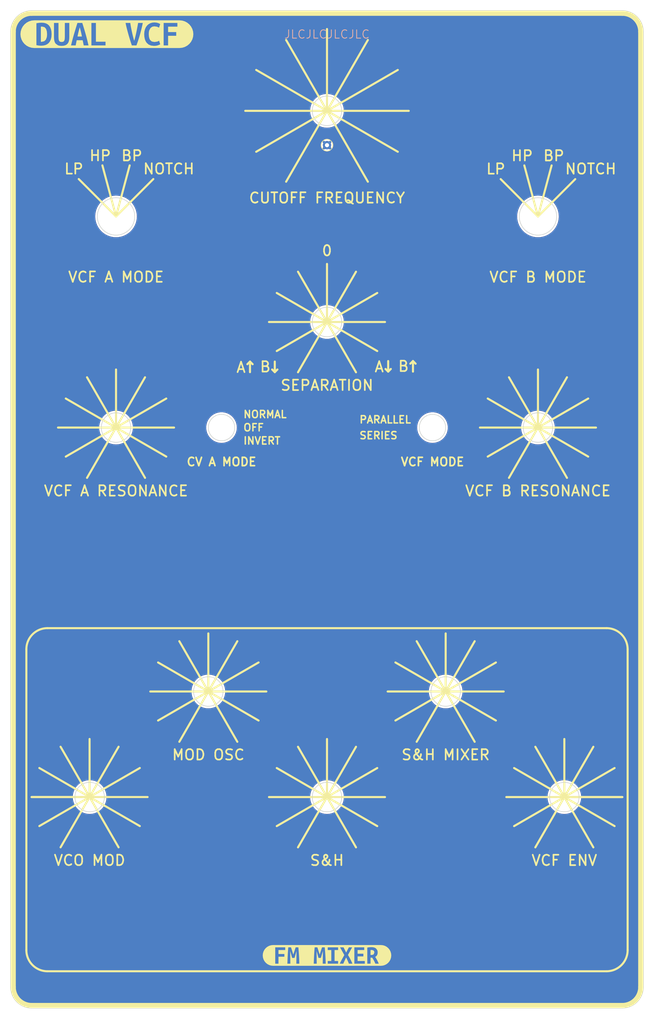
<source format=kicad_pcb>
(kicad_pcb (version 20211014) (generator pcbnew)
  (title_block (title "Josh Ox Ribbon Synth VCF-VCA panel") (date "2022-07-13") (rev "0") (comment 2 "creativecommons.org.licences/by.4.0") (comment 3 "license: CC by 4.0") (comment 4 "Author: Jordan Aceto"))
  (layers (0 "F.Cu" signal) (31 "B.Cu" signal) (34 "B.Paste" user) (35 "F.Paste" user) (36 "B.SilkS" user "B.Silkscreen") (37 "F.SilkS" user "F.Silkscreen") (38 "B.Mask" user) (39 "F.Mask" user "footprints") (44 "Edge.Cuts" user))
  (net 0 "")
  (net 1 "GND")
  (footprint "TestPoint:TestPoint_Keystone_5000-5004_Miniature" (layer "F.Cu") (at 212.725 52.705)
    (fp_text reference "TP1" hide)
    (fp_text value "dummy")
    (fp_circle (center 0 0) (end 1.4 0) (layer "F.SilkS") (width 0.15) (fill none))
    (pad "1" thru_hole circle (at 0 0) (size 2 2) (drill 1) (layers *.Cu *.Mask) (net 1 "GND"))
  )
  (footprint "kibuzzard-62C2EAA2" (layer "F.Cu") (at 212.725 247.65)
    (fp_text reference "kibuzzard-62C2EAA2" hide)
    (fp_text value "G***" hide)
    (fp_poly (pts (xy 11.41095 -0.70485) (xy 11.363325 -0.974725) (xy 11.22045 -1.16205) (xy 10.999787 -1.271588) (xy 10.7188 -1.3081) (xy 10.61085 -1.304925) (xy 10.48385 -1.28905) (xy 10.48385 -0.10795) (xy 10.6553 -0.10795) (xy 10.999787 -0.146844) (xy 11.23315 -0.263525) (xy 11.41095 -0.70485)) (layer "F.SilkS") (width 0) (fill solid))
    (fp_poly (pts (xy -12.46505 -2.50018) (xy -12.46505 -1.9431) (xy -10.0584 -1.9431) (xy -10.0584 -1.2954) (xy -11.684 -1.2954) (xy -11.684 -0.3429) (xy -10.2616 -0.3429) (xy -9.394825 -1.04775) (xy -9.357519 -1.512888) (xy -9.31545 -1.9431) (xy -8.66775 -1.9431) (xy -8.556625 -1.6002) (xy -8.41375 -1.14935) (xy -8.26135 -0.6604) (xy -8.1153 -0.2032) (xy -7.95655 -0.688975) (xy -7.7978 -1.171575) (xy -7.6581 -1.60655) (xy -7.5438 -1.9431) (xy -6.8961 -1.9431) (xy -6.852444 -1.4351) (xy -6.810375 -0.9398) (xy -6.772275 -0.453231) (xy -3.007519 -1.512888) (xy -2.96545 -1.9431) (xy -2.31775 -1.9431) (xy -2.206625 -1.6002) (xy -2.06375 -1.14935) (xy -1.91135 -0.6604) (xy -1.7653 -0.2032) (xy -1.60655 -0.688975) (xy -1.4478 -1.171575) (xy -1.3081 -1.60655) (xy -1.1938 -1.9431) (xy -0.5461 -1.9431) (xy -0.502444 -1.4351) (xy -0.460375 -0.9398) (xy -0.422275 -0.453231) (xy -0.390525 0.028575) (xy -0.364332 0.509588) (xy -0.3429 0.993775) (xy -0.325438 1.485106) (xy 0.1778 1.98755) (xy 0.1778 1.33985) (xy 1.03505 1.33985) (xy 1.03505 -1.2954) (xy 0.1778 -1.2954) (xy 0.1778 -1.9431) (xy 2.67335 -1.9431) (xy 2.67335 -1.2954) (xy 1.82245 -1.2954) (xy 1.82245 1.33985) (xy 2.67335 1.33985) (xy 2.67335 1.98755) (xy 0.1778 1.98755) (xy -0.325438 1.485106) (xy -0.31115 1.98755) (xy -1.0287 1.98755) (xy -0.9906 -1.0668) (xy -1.4732 0.5969) (xy -2.0447 0.5969) (xy -2.50825 -1.0668) (xy -2.4765 1.98755) (xy -3.19405 1.98755) (xy -3.174207 1.495425) (xy -3.152775 0.98425) (xy -3.129757 0.465138) (xy -3.10515 -0.0508) (xy -3.077369 -0.557213) (xy -3.044825 -1.04775) (xy -3.007519 -1.512888) (xy -6.772275 -0.453231) (xy -6.740525 0.028575) (xy -6.714332 0.509588) (xy -6.6929 0.993775) (xy -6.675438 1.485106) (xy -6.66115 1.98755) (xy -7.3787 1.98755) (xy -7.3406 -1.0668) (xy -7.8232 0.5969) (xy -8.3947 0.5969) (xy -8.85825 -1.0668) (xy -8.8265 1.98755) (xy -9.54405 1.98755) (xy -9.524207 1.495425) (xy -9.502775 0.98425) (xy -9.479757 0.465138) (xy -9.45515 -0.0508) (xy -9.427369 -0.557213) (xy -9.394825 -1.04775) (xy -10.2616 -0.3429) (xy -10.2616 0.3048) (xy -11.684 0.3048) (xy -11.684 1.98755) (xy -12.46505 1.98755) (xy -12.46505 -1.9431) (xy -12.46505 -2.50018) (xy -12.977681 -2.50018) (xy -13.465441 -2.45214) (xy -13.934458 -2.309865) (xy -14.366706 -2.078824) (xy -14.745574 -1.767894) (xy -15.056504 -1.389025) (xy -15.287545 -0.956777) (xy -15.42982 -0.487761) (xy -15.47786 0) (xy -15.42982 0.487761) (xy -15.287545 0.956777) (xy -15.056504 1.389025) (xy -14.745574 1.767894) (xy -14.366706 2.078824) (xy 5.2705 1.98755) (xy 5.136356 1.646238) (xy 4.975225 1.27) (xy 4.796631 0.8763) (xy 4.6101 0.4826) (xy 4.42595 0.864394) (xy 4.2418 1.260475) (xy 4.07035 1.643856) (xy 3.9243 1.98755) (xy 3.07975 1.98755) (xy 3.267075 1.5748) (xy 3.39725 1.323975) (xy 3.540125 1.0541) (xy 3.693318 0.770731) (xy 3.85445 0.479425) (xy 4.016375 0.189706) (xy 4.17195 -0.0889) (xy 3.14325 -1.9431) (xy 3.9878 -1.9431) (xy 4.6101 -0.6858) (xy 5.26415 -1.9431) (xy 6.05155 -1.9431) (xy 5.04825 -0.10795) (xy 5.218112 0.17145) (xy 5.3848 0.46355) (xy 5.544343 0.758031) (xy 5.692775 1.044575) (xy 5.826918 1.317625) (xy 5.9436 1.571625) (xy 6.11505 1.98755) (xy 5.2705 1.98755) (xy -14.366706 2.078824) (xy -13.934458 2.309865) (xy 6.58495 1.98755) (xy 6.58495 -1.9431) (xy 8.9662 -1.9431) (xy 8.9662 -1.2954) (xy 7.366 -1.2954) (xy 7.366 -0.41275) (xy 8.75665 -0.41275) (xy 8.75665 0.23495) (xy 7.366 0.23495) (xy 7.366 1.33985) (xy 9.1059 1.33985) (xy 9.1059 1.98755) (xy 6.58495 1.98755) (xy -13.934458 2.309865) (xy -13.465441 2.45214) (xy -12.977681 2.50018) (xy -12.46505 2.50018) (xy 12.46505 2.50018) (xy 12.46505 1.98755) (xy 11.6459 1.98755) (xy 11.487943 1.613694) (xy 11.306175 1.254125) (xy 11.105356 0.899319) (xy 10.89025 0.53975) (xy 10.48385 0.53975) (xy 10.48385 1.98755) (xy 9.7028 1.98755) (xy 9.7028 -1.88595) (xy 9.953625 -1.933575) (xy 10.22985 -1.965325) (xy 10.49655 -1.9812) (xy 10.7188 -1.98755) (xy 11.039475 -1.9685) (xy 11.3284 -1.91135) (xy 11.5824 -1.814513) (xy 11.7983 -1.6764) (xy 12.099925 -1.273175) (xy 12.178506 -1.007269) (xy 12.2047 -0.6985) (xy 12.169775 -0.371475) (xy 12.065 -0.0762) (xy 11.879262 0.169863) (xy 11.60145 0.34925) (xy 11.83005 0.714375) (xy 12.065 1.133475) (xy 12.284075 1.571625) (xy 12.46505 1.98755) (xy 12.46505 2.50018) (xy 12.97768 2.50018) (xy 13.465441 2.45214) (xy 13.934457 2.309865) (xy 14.366706 2.078824) (xy 14.745574 1.767894) (xy 15.056504 1.389026) (xy 15.287545 0.956778) (xy 15.42982 0.487761) (xy 15.47786 0) (xy 15.42982 -0.487761) (xy 15.287545 -0.956778) (xy 15.056504 -1.389026) (xy 14.745574 -1.767894) (xy 14.366706 -2.078824) (xy 13.934457 -2.309865) (xy 13.465441 -2.45214) (xy 12.97768 -2.50018) (xy 12.46505 -2.50018) (xy -12.46505 -2.50018)) (layer "F.SilkS") (width 0) (fill solid))
  )
  (footprint "kibuzzard-62C2EBD6" (layer "F.Cu") (at 159.725 26)
    (fp_text reference "kibuzzard-62C2EBD6" hide)
    (fp_text value "G***" hide)
    (fp_poly (pts (xy -15.899606 1.833563) (xy -15.803562 1.842294) (xy -15.707518 1.842294) (xy -15.091965 1.702594) (xy -14.690328 1.318419) (xy -14.472046 0.737791) (xy -14.422933 0.385266) (xy -14.406562 0) (xy -14.458949 -0.681038) (xy -14.642306 -1.266031) (xy -15.000287 -1.672034) (xy -15.585281 -1.824831) (xy -15.742443 -1.820466) (xy -15.899606 -1.798638) (xy -15.899606 1.833563)) (layer "F.SilkS") (width 0) (fill solid))
    (fp_poly (pts (xy -16.973549 -3.332824) (xy -16.973549 -2.628106) (xy -16.283781 -2.732881) (xy -15.681324 -2.759075) (xy -15.171638 -2.719784) (xy -14.70779 -2.601913) (xy -14.300696 -2.400002) (xy -13.961268 -2.108597) (xy -13.689508 -1.726605) (xy -13.485415 -1.252934) (xy -13.357721 -0.679946) (xy -13.315156 0) (xy -13.362086 0.695226) (xy -12.651581 1.60655) (xy -12.717065 1.200547) (xy -12.738893 0.750888) (xy -12.738893 -2.697956) (xy -11.656218 -2.697956) (xy -11.656218 0.681038) (xy -11.621293 1.252934) (xy -11.503421 1.624013) (xy -11.272043 1.824831) (xy -10.896599 1.88595) (xy -10.521156 1.824831) (xy -10.285412 1.619647) (xy -10.163174 1.244203) (xy -10.128249 0.672306) (xy -10.128249 -2.697956) (xy -9.054306 -2.697956) (xy -9.054306 0.750888) (xy -9.076134 1.200547) (xy -9.141618 1.60655) (xy -9.261673 1.962348) (xy -9.447212 2.261394) (xy -9.700418 2.500412) (xy -10.023474 2.676128) (xy -8.481186 2.078911) (xy -8.326469 1.473835) (xy -8.171052 0.891461) (xy -8.014938 0.331788) (xy -7.858124 -0.205184) (xy -7.663308 -0.853753) (xy -7.471767 -1.485404) (xy -7.283499 -2.100138) (xy -7.098506 -2.697956) (xy -5.928518 -2.697956) (xy -5.736704 -2.095227) (xy -5.545435 -1.47449) (xy -5.354711 -0.835744) (xy -5.164534 -0.178991) (xy -5.013483 0.362522) (xy -4.864179 0.921845) (xy -4.716621 1.498981) (xy -4.570809 2.093928) (xy -3.728243 2.706688) (xy -3.728243 -2.697956) (xy -2.645568 -2.697956) (xy -2.645568 1.8161) (xy -0.331787 1.8161) (xy -0.331787 2.706688) (xy -3.728243 2.706688) (xy -4.570809 2.093928) (xy -4.426743 2.706688) (xy -5.579268 2.706688) (xy -5.832474 1.458119) (xy -7.273131 1.458119) (xy -7.517606 2.706688) (xy -8.635206 2.706688) (xy -8.481186 2.078911) (xy -10.023474 2.676128) (xy -10.425112 2.784177) (xy -10.914062 2.820194) (xy -11.395372 2.784177) (xy -11.791553 2.676128) (xy -12.354718 2.261394) (xy -12.533709 1.962348) (xy -12.651581 1.60655) (xy -13.362086 0.695226) (xy -13.502878 1.279128) (xy -13.726616 1.758255) (xy -14.022387 2.139156) (xy -14.385825 2.426196) (xy -14.812565 2.623741) (xy -15.293875 2.738338) (xy -15.821024 2.776538) (xy -16.38419 2.745978) (xy -16.973549 2.645569) (xy -16.973549 -2.628106) (xy -16.973549 -3.332824) (xy -17.48618 -3.332824) (xy -18.136381 -3.268785) (xy -18.761596 -3.079128) (xy -19.337797 -2.771142) (xy -19.842842 -2.356662) (xy -20.257321 -1.851618) (xy -20.565307 -1.275417) (xy -20.754964 -0.650202) (xy -20.819004 0) (xy -20.754964 0.650202) (xy -20.565307 1.275417) (xy -20.257321 1.851618) (xy -19.842842 2.356662) (xy -19.337797 2.771142) (xy -18.761596 3.079128) (xy 6.007101 2.706688) (xy 5.791002 2.064941) (xy 5.561807 1.344613) (xy 5.407555 0.838685) (xy 5.259124 0.333728) (xy 5.116513 -0.170259) (xy 4.981664 -0.664545) (xy 4.856516 -1.140398) (xy 4.741069 -1.597819) (xy 4.597004 -2.209006) (xy 4.496594 -2.697956) (xy 5.631657 -2.697956) (xy 5.697141 -2.245023) (xy 5.788819 -1.724422) (xy 5.899051 -1.161256) (xy 6.020197 -0.580628) (xy 6.151166 0.004366) (xy 6.290866 0.580628) (xy 6.43384 1.123057) (xy 6.574632 1.60655) (xy 6.714332 1.129605) (xy 6.854032 0.589359) (xy 6.989366 0.013097) (xy 7.115969 -0.571897) (xy 7.233841 -1.153616) (xy 7.342982 -1.720056) (xy 7.439026 -2.243931) (xy 7.517607 -2.697956) (xy 8.643938 -2.697956) (xy 8.527158 -2.143522) (xy 8.386366 -1.527969) (xy 8.222655 -0.865485) (xy 8.037116 -0.170259) (xy 7.901782 0.307049) (xy 7.757716 0.790178) (xy 7.604919 1.279128) (xy 7.445817 1.765653) (xy 7.282833 2.241506) (xy 7.115969 2.706688) (xy 6.007101 2.706688) (xy -18.761596 3.079128) (xy -18.136381 3.268785) (xy 11.333163 2.820194) (xy 10.630783 2.738702) (xy 10.048699 2.494227) (xy 9.586913 2.086769) (xy 9.323338 1.681311) (xy 9.135071 1.198364) (xy 9.02211 0.637927) (xy 8.984457 0) (xy 9.030296 -0.635198) (xy 9.167813 -1.196181) (xy 9.387186 -1.679674) (xy 9.678591 -2.082403) (xy 10.036572 -2.401094) (xy 10.455672 -2.632472) (xy 10.926069 -2.773263) (xy 11.437938 -2.820194) (xy 11.957447 -2.772172) (xy 12.363451 -2.663031) (xy 12.655947 -2.532063) (xy 12.834938 -2.427288) (xy 12.555538 -1.571625) (xy 12.070954 -1.794272) (xy 11.420476 -1.88595) (xy 10.92716 -1.794272) (xy 10.499329 -1.488678) (xy 10.193735 -0.916781) (xy 10.105331 -0.515144) (xy 10.075863 -0.026194) (xy 10.111273 0.542793) (xy 10.217503 1.015735) (xy 10.394554 1.392634) (xy 10.814745 1.762621) (xy 11.437938 1.88595) (xy 12.132072 1.789906) (xy 12.573001 1.597819) (xy 12.843669 2.44475) (xy 12.228116 2.702322) (xy 11.810108 2.790726) (xy 11.333163 2.820194) (xy -18.136381 3.268785) (xy -17.48618 3.332824) (xy -16.973549 3.332824) (xy 16.973551 3.332824) (xy 13.664407 2.706688) (xy 13.664407 -2.697956) (xy 16.973551 -2.697956) (xy 16.973551 -1.807369) (xy 14.738351 -1.807369) (xy 14.738351 -0.497681) (xy 16.694151 -0.497681) (xy 16.694151 0.392906) (xy 14.738351 0.392906) (xy 14.738351 2.706688) (xy 13.664407 2.706688) (xy 16.973551 3.332824) (xy 17.486181 3.332824) (xy 18.136382 3.268784) (xy 18.761597 3.079128) (xy 19.337798 2.771141) (xy 19.842842 2.356662) (xy 20.257322 1.851617) (xy 20.565308 1.275416) (xy 20.754964 0.650202) (xy 20.819004 0) (xy 20.754964 -0.650202) (xy 20.565308 -1.275416) (xy 20.257322 -1.851617) (xy 19.842842 -2.356662) (xy 19.337798 -2.771141) (xy 18.761597 -3.079128) (xy 18.136382 -3.268784) (xy 17.486181 -3.332824) (xy 16.973551 -3.332824) (xy -16.973549 -3.332824)) (layer "F.SilkS") (width 0) (fill solid))
    (fp_poly (pts (xy -6.539706 -1.650206) (xy -6.701234 -1.069578) (xy -6.840934 -0.528241) (xy -6.963171 0.008731) (xy -7.072312 0.567531) (xy -6.015831 0.567531) (xy -6.120606 0.008731) (xy -6.238478 -0.528241) (xy -6.378178 -1.069578) (xy -6.539706 -1.650206)) (layer "F.SilkS") (width 0) (fill solid))
  )
  (gr_line (start 212.725 44.45) (end 232.41 44.45) (layer "F.SilkS") (width 0.5))
  (gr_line (start 141.605 259.715) (end 283.845 259.715) (layer "F.SilkS") (width 1.27))
  (gr_line (start 184.15 184.15) (end 191.135 172.051625) (layer "F.SilkS") (width 0.5))
  (gr_line (start 155.555327 209.543189) (end 148.570327 197.444814) (layer "F.SilkS") (width 0.5))
  (gr_line (start 212.725 44.45) (end 212.725 24.765) (layer "F.SilkS") (width 0.5))
  (gr_line (start 263.525 120.65) (end 275.623375 127.635) (layer "F.SilkS") (width 0.5))
  (gr_line (start 161.925 120.65) (end 175.895 120.65) (layer "F.SilkS") (width 0.5))
  (gr_line (start 212.725 209.55) (end 224.823375 216.535) (layer "F.SilkS") (width 0.5))
  (gr_arc (start 280.035 168.91) (mid 283.627102 170.397898) (end 285.115 173.99) (layer "F.SilkS") (width 0.5))
  (gr_line (start 212.725 95.25) (end 200.626625 88.265) (layer "F.SilkS") (width 0.5))
  (gr_line (start 141.605 20.955) (end 283.845 20.955) (layer "F.SilkS") (width 1.27))
  (gr_line (start 263.525 69.85) (end 254.544744 60.869744) (layer "F.SilkS") (width 0.5))
  (gr_line (start 269.875 209.55) (end 269.875 195.58) (layer "F.SilkS") (width 0.5))
  (gr_line (start 263.525 120.65) (end 263.525 106.68) (layer "F.SilkS") (width 0.5))
  (gr_line (start 263.525 120.65) (end 270.51 108.551625) (layer "F.SilkS") (width 0.5))
  (gr_arc (start 145.415 251.46) (mid 141.822898 249.972102) (end 140.335 246.38) (layer "F.SilkS") (width 0.5))
  (gr_line (start 241.3 184.15) (end 229.201625 191.135) (layer "F.SilkS") (width 0.5))
  (gr_line (start 212.725 44.45) (end 195.67729 34.6075) (layer "F.SilkS") (width 0.5))
  (gr_line (start 184.15 184.15) (end 184.15 170.18) (layer "F.SilkS") (width 0.5))
  (gr_line (start 241.3 184.15) (end 248.285 172.051625) (layer "F.SilkS") (width 0.5))
  (gr_line (start 184.15 184.15) (end 177.165 172.051625) (layer "F.SilkS") (width 0.5))
  (gr_arc (start 137.16 25.4) (mid 138.46191 22.25691) (end 141.605 20.955) (layer "F.SilkS") (width 1.27))
  (gr_line (start 241.3 184.15) (end 248.285 196.248375) (layer "F.SilkS") (width 0.5))
  (gr_line (start 155.555327 209.543189) (end 169.525327 209.543189) (layer "F.SilkS") (width 0.5))
  (gr_line (start 269.875 209.55) (end 262.89 221.648375) (layer "F.SilkS") (width 0.5))
  (gr_line (start 155.555327 209.543189) (end 162.540327 197.444814) (layer "F.SilkS") (width 0.5))
  (gr_line (start 155.555327 209.543189) (end 143.456952 202.558189) (layer "F.SilkS") (width 0.5))
  (gr_line (start 241.3 184.15) (end 234.315 172.051625) (layer "F.SilkS") (width 0.5))
  (gr_line (start 155.555327 209.543189) (end 141.585327 209.543189) (layer "F.SilkS") (width 0.5))
  (gr_line (start 212.725 209.55) (end 219.71 197.451625) (layer "F.SilkS") (width 0.5))
  (gr_line (start 212.725 44.45) (end 193.04 44.45) (layer "F.SilkS") (width 0.5))
  (gr_line (start 233.426 107.188) (end 233.426 104.648) (layer "F.SilkS") (width 0.5))
  (gr_line (start 212.725 44.45) (end 229.77271 34.6075) (layer "F.SilkS") (width 0.5))
  (gr_line (start 184.15 184.15) (end 172.051625 191.135) (layer "F.SilkS") (width 0.5))
  (gr_line (start 155.555327 209.543189) (end 167.653702 216.528189) (layer "F.SilkS") (width 0.5))
  (gr_line (start 161.925 120.65) (end 154.94 132.748375) (layer "F.SilkS") (width 0.5))
  (gr_line (start 233.426 104.648) (end 234.061 105.283) (layer "F.SilkS") (width 0.5))
  (gr_line (start 212.725 95.25) (end 219.71 83.151625) (layer "F.SilkS") (width 0.5))
  (gr_line (start 212.725 209.55) (end 224.823375 202.565) (layer "F.SilkS") (width 0.5))
  (gr_line (start 161.925 120.65) (end 161.925 106.68) (layer "F.SilkS") (width 0.5))
  (gr_line (start 263.525 120.65) (end 256.54 108.551625) (layer "F.SilkS") (width 0.5))
  (gr_line (start 200.152 107.315) (end 199.517 106.68) (layer "F.SilkS") (width 0.5))
  (gr_line (start 184.15 184.15) (end 198.12 184.15) (layer "F.SilkS") (width 0.5))
  (gr_line (start 227.457 107.188) (end 228.092 106.553) (layer "F.SilkS") (width 0.5))
  (gr_line (start 161.925 120.65) (end 168.91 108.551625) (layer "F.SilkS") (width 0.5))
  (gr_line (start 212.725 95.25) (end 198.755 95.25) (layer "F.SilkS") (width 0.5))
  (gr_line (start 241.3 184.15) (end 227.33 184.15) (layer "F.SilkS") (width 0.5))
  (gr_line (start 194.183 104.775) (end 194.818 105.41) (layer "F.SilkS") (width 0.5))
  (gr_line (start 194.183 107.315) (end 194.183 104.775) (layer "F.SilkS") (width 0.5))
  (gr_arc (start 283.844999 20.955001) (mid 286.988089 22.256911) (end 288.289999 25.400001) (layer "F.SilkS") (width 1.27))
  (gr_line (start 263.525 120.65) (end 270.51 132.748375) (layer "F.SilkS") (width 0.5))
  (gr_line (start 212.725 95.25) (end 224.823375 88.265) (layer "F.SilkS") (width 0.5))
  (gr_line (start 161.925 69.838591) (end 170.905256 60.858335) (layer "F.SilkS") (width 0.5))
  (gr_line (start 263.525 120.65) (end 249.555 120.65) (layer "F.SilkS") (width 0.5))
  (gr_arc (start 141.605 259.715) (mid 138.46191 258.41309) (end 137.16 255.27) (layer "F.SilkS") (width 1.27))
  (gr_line (start 184.15 184.15) (end 191.135 196.248375) (layer "F.SilkS") (width 0.5))
  (gr_line (start 212.725 209.55) (end 219.71 221.648375) (layer "F.SilkS") (width 0.5))
  (gr_line (start 155.555327 209.543189) (end 155.555327 195.573189) (layer "F.SilkS") (width 0.5))
  (gr_line (start 280.035 251.46) (end 145.415 251.46) (layer "F.SilkS") (width 0.5))
  (gr_line (start 194.183 104.775) (end 193.548 105.41) (layer "F.SilkS") (width 0.5))
  (gr_line (start 269.875 209.55) (end 281.973375 216.535) (layer "F.SilkS") (width 0.5))
  (gr_line (start 184.15 184.15) (end 170.18 184.15) (layer "F.SilkS") (width 0.5))
  (gr_line (start 212.725 95.25) (end 200.626625 102.235) (layer "F.SilkS") (width 0.5))
  (gr_line (start 155.555327 209.543189) (end 167.653702 202.558189) (layer "F.SilkS") (width 0.5))
  (gr_line (start 263.525 120.65) (end 251.426625 127.635) (layer "F.SilkS") (width 0.5))
  (gr_line (start 212.725 95.25) (end 212.725 81.28) (layer "F.SilkS") (width 0.5))
  (gr_line (start 263.525 120.65) (end 256.54 132.748375) (layer "F.SilkS") (width 0.5))
  (gr_line (start 155.555327 209.543189) (end 148.570327 221.641564) (layer "F.SilkS") (width 0.5))
  (gr_line (start 263.525 120.65) (end 251.426625 113.665) (layer "F.SilkS") (width 0.5))
  (gr_line (start 263.525 69.85) (end 260.237998 57.582742) (layer "F.SilkS") (width 0.5))
  (gr_line (start 269.875 209.55) (end 281.973375 202.565) (layer "F.SilkS") (width 0.5))
  (gr_line (start 212.725 44.45) (end 222.5675 61.49771) (layer "F.SilkS") (width 0.5))
  (gr_line (start 212.725 95.25) (end 224.823375 102.235) (layer "F.SilkS") (width 0.5))
  (gr_line (start 212.725 209.55) (end 200.626625 202.565) (layer "F.SilkS") (width 0.5))
  (gr_line (start 212.725 209.55) (end 200.626625 216.535) (layer "F.SilkS") (width 0.5))
  (gr_line (start 212.725 209.55) (end 226.695 209.55) (layer "F.SilkS") (width 0.5))
  (gr_line (start 241.3 184.15) (end 234.315 196.248375) (layer "F.SilkS") (width 0.5))
  (gr_line (start 280.035 168.91) (end 145.415 168.91) (layer "F.SilkS") (width 0.5))
  (gr_line (start 269.875 209.55) (end 262.89 197.451625) (layer "F.SilkS") (width 0.5))
  (gr_arc (start 285.115 246.38) (mid 283.627102 249.972102) (end 280.035 251.46) (layer "F.SilkS") (width 0.5))
  (gr_line (start 241.3 184.15) (end 253.398375 177.165) (layer "F.SilkS") (width 0.5))
  (gr_line (start 269.875 209.55) (end 257.776625 202.565) (layer "F.SilkS") (width 0.5))
  (gr_line (start 263.525 120.65) (end 277.495 120.65) (layer "F.SilkS") (width 0.5))
  (gr_line (start 263.525 69.85) (end 266.812002 57.582742) (layer "F.SilkS") (width 0.5))
  (gr_line (start 269.875 209.55) (end 276.86 197.451625) (layer "F.SilkS") (width 0.5))
  (gr_arc (start 288.29 255.27) (mid 286.98809 258.41309) (end 283.845 259.715) (layer "F.SilkS") (width 1.27))
  (gr_line (start 269.875 209.55) (end 255.905 209.55) (layer "F.SilkS") (width 0.5))
  (gr_line (start 227.457 107.188) (end 226.822 106.553) (layer "F.SilkS") (width 0.5))
  (gr_line (start 263.525 69.85) (end 272.505256 60.869744) (layer "F.SilkS") (width 0.5))
  (gr_line (start 212.725 44.45) (end 202.8825 61.49771) (layer "F.SilkS") (width 0.5))
  (gr_line (start 233.426 104.648) (end 232.791 105.283) (layer "F.SilkS") (width 0.5))
  (gr_line (start 161.925 69.838591) (end 152.944744 60.858335) (layer "F.SilkS") (width 0.5))
  (gr_line (start 269.875 209.55) (end 257.776625 216.535) (layer "F.SilkS") (width 0.5))
  (gr_line (start 184.15 184.15) (end 172.051625 177.165) (layer "F.SilkS") (width 0.5))
  (gr_line (start 241.3 184.15) (end 241.3 170.18) (layer "F.SilkS") (width 0.5))
  (gr_line (start 263.525 120.65) (end 275.623375 113.665) (layer "F.SilkS") (width 0.5))
  (gr_line (start 227.457 104.648) (end 227.457 107.188) (layer "F.SilkS") (width 0.5))
  (gr_line (start 161.925 69.838591) (end 165.212002 57.571333) (layer "F.SilkS") (width 0.5))
  (gr_line (start 184.15 184.15) (end 177.165 196.248375) (layer "F.SilkS") (width 0.5))
  (gr_line (start 161.925 120.65) (end 149.826625 127.635) (layer "F.SilkS") (width 0.5))
  (gr_line (start 212.725 44.45) (end 195.67729 54.2925) (layer "F.SilkS") (width 0.5))
  (gr_line (start 269.875 209.55) (end 283.845 209.55) (layer "F.SilkS") (width 0.5))
  (gr_line (start 212.725 95.25) (end 205.74 107.348375) (layer "F.SilkS") (width 0.5))
  (gr_arc (start 140.335 173.99) (mid 141.822898 170.397898) (end 145.415 168.91) (layer "F.SilkS") (width 0.5))
  (gr_line (start 212.725 44.45) (end 202.8825 27.40229) (layer "F.SilkS") (width 0.5))
  (gr_line (start 241.3 184.15) (end 253.398375 191.135) (layer "F.SilkS") (width 0.5))
  (gr_line (start 269.875 209.55) (end 283.845 209.55) (layer "F.SilkS") (width 0.5))
  (gr_line (start 155.575 209.55) (end 141.605 209.55) (layer "F.SilkS") (width 0.5))
  (gr_line (start 184.15 184.15) (end 196.248375 177.165) (layer "F.SilkS") (width 0.5))
  (gr_line (start 155.555327 209.543189) (end 162.540327 221.641564) (layer "F.SilkS") (width 0.5))
  (gr_line (start 212.725 209.55) (end 212.725 195.58) (layer "F.SilkS") (width 0.5))
  (gr_line (start 212.725 209.55) (end 205.74 221.648375) (layer "F.SilkS") (width 0.5))
  (gr_line (start 241.3 184.15) (end 229.201625 177.165) (layer "F.SilkS") (width 0.5))
  (gr_line (start 200.152 107.315) (end 200.787 106.68) (layer "F.SilkS") (width 0.5))
  (gr_line (start 212.725 95.25) (end 205.74 83.151625) (layer "F.SilkS") (width 0.5))
  (gr_line (start 161.925 120.65) (end 149.826625 113.665) (layer "F.SilkS") (width 0.5))
  (gr_line (start 285.115 246.38) (end 285.115 173.99) (layer "F.SilkS") (width 0.5))
  (gr_line (start 212.725 44.45) (end 229.77271 54.2925) (layer "F.SilkS") (width 0.5))
  (gr_line (start 184.15 184.15) (end 196.248375 191.135) (layer "F.SilkS") (width 0.5))
  (gr_line (start 161.925 120.65) (end 174.023375 127.635) (layer "F.SilkS") (width 0.5))
  (gr_line (start 212.725 95.25) (end 226.695 95.25) (layer "F.SilkS") (width 0.5))
  (gr_line (start 161.925 69.838591) (end 158.637998 57.571333) (layer "F.SilkS") (width 0.5))
  (gr_line (start 212.725 44.45) (end 222.5675 27.40229) (layer "F.SilkS") (width 0.5))
  (gr_line (start 161.925 120.65) (end 174.023375 113.665) (layer "F.SilkS") (width 0.5))
  (gr_line (start 212.725 209.55) (end 198.755 209.55) (layer "F.SilkS") (width 0.5))
  (gr_line (start 137.16 255.27) (end 137.16 25.4) (layer "F.SilkS") (width 1.27))
  (gr_line (start 212.725 95.25) (end 219.71 107.348375) (layer "F.SilkS") (width 0.5))
  (gr_line (start 212.725 209.55) (end 205.74 197.451625) (layer "F.SilkS") (width 0.5))
  (gr_line (start 155.555327 209.543189) (end 143.456952 216.528189) (layer "F.SilkS") (width 0.5))
  (gr_line (start 269.875 209.55) (end 276.86 221.648375) (layer "F.SilkS") (width 0.5))
  (gr_line (start 140.335 173.99) (end 140.335 246.38) (layer "F.SilkS") (width 0.5))
  (gr_line (start 161.925 120.65) (end 147.955 120.65) (layer "F.SilkS") (width 0.5))
  (gr_line (start 241.3 184.15) (end 255.27 184.15) (layer "F.SilkS") (width 0.5))
  (gr_line (start 161.925 120.65) (end 168.91 132.748375) (layer "F.SilkS") (width 0.5))
  (gr_line (start 161.925 120.65) (end 154.94 108.551625) (layer "F.SilkS") (width 0.5))
  (gr_line (start 288.29 255.27) (end 288.29 25.4) (layer "F.SilkS") (width 1.27))
  (gr_line (start 200.152 104.775) (end 200.152 107.315) (layer "F.SilkS") (width 0.5))
  (gr_circle (center 238.125 120.65) (end 241.3 120.65) (layer "Edge.Cuts") (width 0.15) (fill none))
  (gr_circle (center 161.925 120.65) (end 165.475 120.65) (layer "Edge.Cuts") (width 0.15) (fill none))
  (gr_circle (center 269.875 209.55) (end 273.425 209.55) (layer "Edge.Cuts") (width 0.15) (fill none))
  (gr_circle (center 212.718293 44.443749) (end 216.268293 44.443749) (layer "Edge.Cuts") (width 0.15) (fill none))
  (gr_circle (center 184.15 184.15) (end 187.7 184.15) (layer "Edge.Cuts") (width 0.15) (fill none))
  (gr_circle (center 187.325 120.65) (end 190.5 120.65) (layer "Edge.Cuts") (width 0.15) (fill none))
  (gr_circle (center 263.525 69.85) (end 268.025 69.85) (layer "Edge.Cuts") (width 0.15) (fill none))
  (gr_circle (center 241.3 184.15) (end 244.85 184.15) (layer "Edge.Cuts") (width 0.15) (fill none))
  (gr_circle (center 161.925 69.85) (end 166.425 69.85) (layer "Edge.Cuts") (width 0.15) (fill none))
  (gr_arc (start 141.605 260.35) (mid 138.012898 258.862102) (end 136.525 255.27) (layer "Edge.Cuts") (width 0.1))
  (gr_circle (center 155.575 209.55) (end 159.125 209.55) (layer "Edge.Cuts") (width 0.15) (fill none))
  (gr_circle (center 212.725 95.25) (end 216.275 95.25) (layer "Edge.Cuts") (width 0.15) (fill none))
  (gr_line (start 288.925002 255.270002) (end 288.925002 25.4) (layer "Edge.Cuts") (width 0.1))
  (gr_arc (start 136.525 25.4) (mid 138.012898 21.807898) (end 141.605 20.32) (layer "Edge.Cuts") (width 0.1))
  (gr_circle (center 263.520411 120.643717) (end 267.070411 120.643717) (layer "Edge.Cuts") (width 0.15) (fill none))
  (gr_line (start 283.845 20.32) (end 141.605 20.32) (layer "Edge.Cuts") (width 0.1))
  (gr_arc (start 283.845 20.32) (mid 287.437102 21.807898) (end 288.925 25.4) (layer "Edge.Cuts") (width 0.1))
  (gr_circle (center 212.725 209.55) (end 216.275 209.55) (layer "Edge.Cuts") (width 0.15) (fill none))
  (gr_line (start 136.525 25.4) (end 136.525 255.27) (layer "Edge.Cuts") (width 0.1))
  (gr_arc (start 288.925002 255.270002) (mid 287.437104 258.862104) (end 283.845002 260.350002) (layer "Edge.Cuts") (width 0.1))
  (gr_line (start 141.605 260.35) (end 283.845002 260.35) (layer "Edge.Cuts") (width 0.1))
  (gr_text "JLCJLCJLCJLC" (at 212.725 26.035) (layer "B.SilkS") (effects (font (size 2 2) (thickness 0.2))))
  (gr_text "HP" (at 259.715 55.256409) (layer "F.SilkS") (effects (font (size 2.5 2.5) (thickness 0.4))))
  (gr_text "A" (at 192.024 106.172) (layer "F.SilkS") (effects (font (size 2.5 2.5) (thickness 0.4))))
  (gr_text "NOTCH" (at 276.225 58.431409) (layer "F.SilkS") (effects (font (size 2.5 2.5) (thickness 0.4))))
  (gr_text "NORMAL" (at 192.405 117.475) (layer "F.SilkS") (effects (font (size 1.75 1.75) (thickness 0.35)) (justify left)))
  (gr_text "BP" (at 267.335 55.256409) (layer "F.SilkS") (effects (font (size 2.5 2.5) (thickness 0.4))))
  (gr_text "VCO MOD" (at 155.555327 224.783189) (layer "F.SilkS") (effects (font (size 2.5 2.5) (thickness 0.4))))
  (gr_text "LP" (at 253.365 58.431409) (layer "F.SilkS") (effects (font (size 2.5 2.5) (thickness 0.4))))
  (gr_text "HP" (at 158.115 55.245) (layer "F.SilkS") (effects (font (size 2.5 2.5) (thickness 0.4))))
  (gr_text "NOTCH" (at 174.625 58.42) (layer "F.SilkS") (effects (font (size 2.5 2.5) (thickness 0.4))))
  (gr_text "S&H MIXER" (at 241.3 199.39) (layer "F.SilkS") (effects (font (size 2.5 2.5) (thickness 0.4))))
  (gr_text "S&H" (at 212.725 224.79) (layer "F.SilkS") (effects (font (size 2.5 2.5) (thickness 0.4))))
  (gr_text "B" (at 231.14 105.918) (layer "F.SilkS") (effects (font (size 2.5 2.5) (thickness 0.4))))
  (gr_text "VCF B RESONANCE" (at 263.525 135.89) (layer "F.SilkS") (effects (font (size 2.5 2.5) (thickness 0.4))))
  (gr_text "VCF A MODE" (at 161.925 84.443591) (layer "F.SilkS") (effects (font (size 2.5 2.5) (thickness 0.4))))
  (gr_text "CUTOFF FREQUENCY" (at 212.725 65.405) (layer "F.SilkS") (effects (font (size 2.5 2.5) (thickness 0.4))))
  (gr_text "OFF" (at 192.405 120.65) (layer "F.SilkS") (effects (font (size 1.75 1.75) (thickness 0.35)) (justify left)))
  (gr_text "VCF B MODE" (at 263.525 84.455) (layer "F.SilkS") (effects (font (size 2.5 2.5) (thickness 0.4))))
  (gr_text "VCF A RESONANCE" (at 161.925 135.89) (layer "F.SilkS") (effects (font (size 2.5 2.5) (thickness 0.4))))
  (gr_text "PARALLEL" (at 220.345 118.745) (layer "F.SilkS") (effects (font (size 1.75 1.75) (thickness 0.35)) (justify left)))
  (gr_text "0" (at 212.725 78.105) (layer "F.SilkS") (effects (font (size 2.5 2.5) (thickness 0.4))))
  (gr_text "VCF ENV" (at 269.875 224.79) (layer "F.SilkS") (effects (font (size 2.5 2.5) (thickness 0.4))))
  (gr_text "SERIES" (at 220.345 122.555) (layer "F.SilkS") (effects (font (size 1.75 1.75) (thickness 0.35)) (justify left)))
  (gr_text "CV A MODE" (at 187.325 128.905) (layer "F.SilkS") (effects (font (size 2 2) (thickness 0.4))))
  (gr_text "LP" (at 151.765 58.42) (layer "F.SilkS") (effects (font (size 2.5 2.5) (thickness 0.4))))
  (gr_text "A" (at 225.298 106.045) (layer "F.SilkS") (effects (font (size 2.5 2.5) (thickness 0.4))))
  (gr_text "B" (at 197.866 106.045) (layer "F.SilkS") (effects (font (size 2.5 2.5) (thickness 0.4))))
  (gr_text "BP" (at 165.735 55.245) (layer "F.SilkS") (effects (font (size 2.5 2.5) (thickness 0.4))))
  (gr_text "INVERT" (at 192.405 123.825) (layer "F.SilkS") (effects (font (size 1.75 1.75) (thickness 0.35)) (justify left)))
  (gr_text "MOD OSC" (at 184.15 199.39) (layer "F.SilkS") (effects (font (size 2.5 2.5) (thickness 0.4))))
  (gr_text "SEPARATION" (at 212.725 110.49) (layer "F.SilkS") (effects (font (size 2.5 2.5) (thickness 0.4))))
  (gr_text "VCF MODE" (at 238.125 128.905) (layer "F.SilkS") (effects (font (size 2 2) (thickness 0.4))))
  (zone (net 1) (net_name "GND") (layers F&B.Cu) (connect_pads (clearance 0.508)) (min_thickness 0.254) (fill yes (thermal_gap 0.508) (thermal_bridge_width 0.508))
    (polygon (pts (xy 291.465 264.16) (xy 133.985 264.16) (xy 133.985 17.78) (xy 291.465 17.78)))
  )
)
</source>
